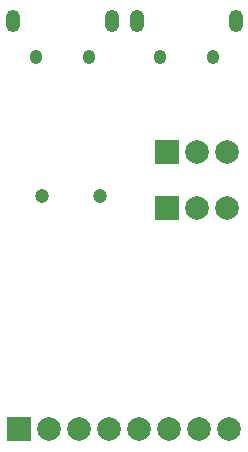
<source format=gbr>
%TF.GenerationSoftware,Altium Limited,Altium Designer,20.2.6 (244)*%
G04 Layer_Color=255*
%FSLAX26Y26*%
%MOIN*%
%TF.SameCoordinates,2EAD6035-BE33-4F7B-B0E7-EE8266E33042*%
%TF.FilePolarity,Positive*%
%TF.FileFunction,Pads,Bot*%
%TF.Part,Single*%
G01*
G75*
%TA.AperFunction,ComponentPad*%
%ADD28C,0.078740*%
%ADD29R,0.078740X0.078740*%
%ADD30C,0.047244*%
%ADD31O,0.041339X0.049213*%
%ADD32O,0.047244X0.074803*%
D28*
X783071Y78740D02*
D03*
X683071D02*
D03*
X483071D02*
D03*
X283071D02*
D03*
X183071D02*
D03*
X383071D02*
D03*
X583071D02*
D03*
X673976Y816929D02*
D03*
X773976D02*
D03*
X673976Y1003937D02*
D03*
X773976D02*
D03*
D29*
X83071Y78740D02*
D03*
X573976Y816929D02*
D03*
Y1003937D02*
D03*
D30*
X159213Y856299D02*
D03*
X351339D02*
D03*
D31*
X727362Y1320866D02*
D03*
X552165D02*
D03*
X313976D02*
D03*
X138780D02*
D03*
D32*
X475394Y1438976D02*
D03*
X804134D02*
D03*
X390748D02*
D03*
X62008D02*
D03*
%TF.MD5,b3afdd8e8eeb0f280fa94ae67fa8b4f5*%
M02*

</source>
